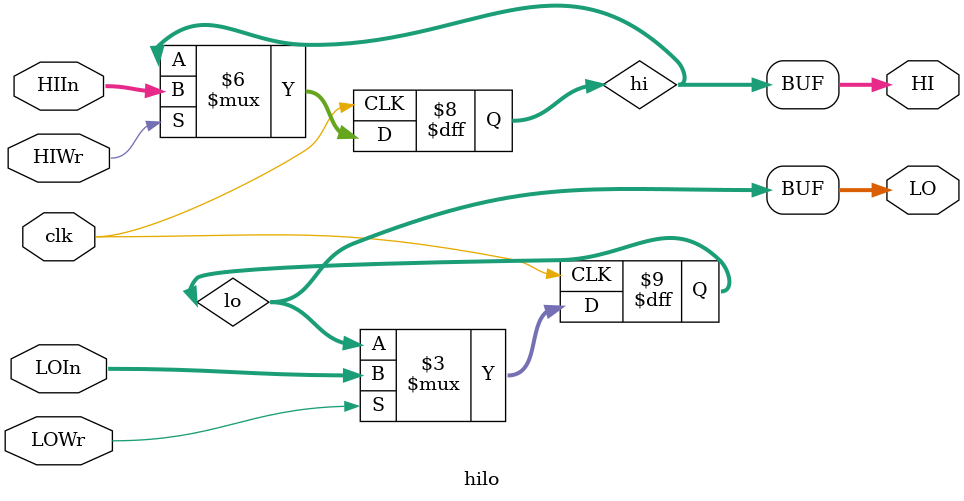
<source format=v>
module hilo(HIIn,HIWr,LOIn,LOWr,HI,LO,clk) ;
	input		[31:0]	HIIn;
	input		[31:0]	LOIn;
	input			HIWr;
	input			LOWr;
	input			clk;
	output		[31:0]	HI;
	output		[31:0]	LO;

	reg		[31:0]	hi;
	reg		[31:0]	lo;

	assign HI = hi ;
	assign LO = lo ;
	
	always @ ( posedge clk )
		begin
		if ( HIWr )
			hi = HIIn ;
		if( LOWr )
			lo = LOIn ;
		end
endmodule
</source>
